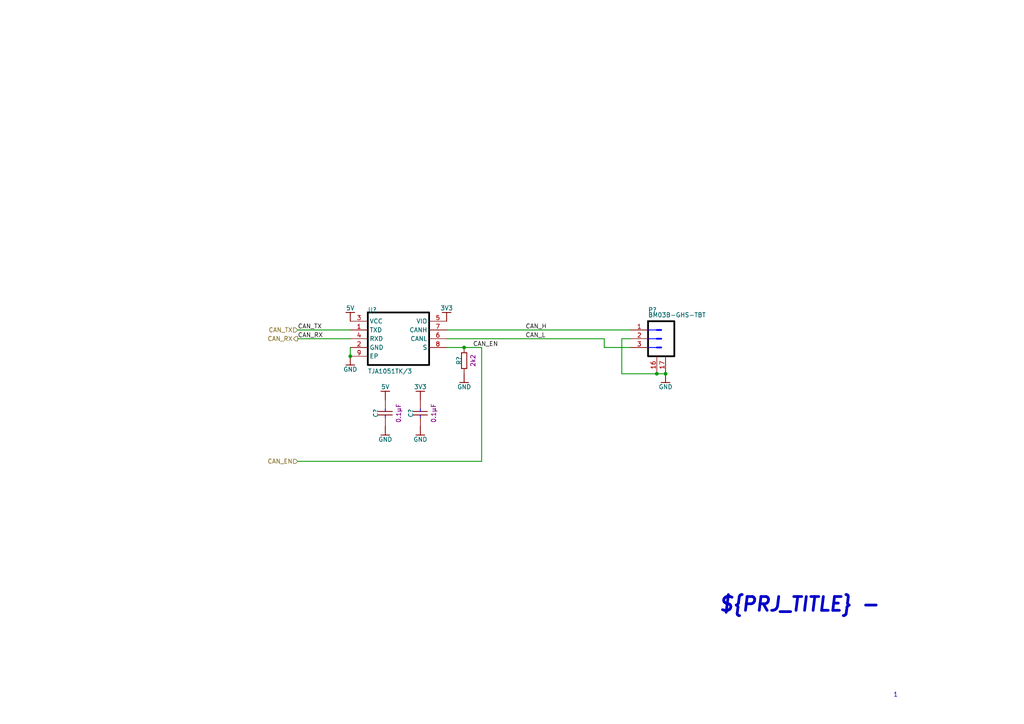
<source format=kicad_sch>
(kicad_sch (version 20230121) (generator eeschema)
  (paper "A4")
  (title_block (title "EPC_25") (rev "1.0") (company "IPM Group ©"))
  (lib_symbols
    (symbol "EPC_25-altium-import:3V3" (power)
      (property "Reference" "#PWR" (at 0 0 0))
      (property "Value" "3V3" (at 0 3.81 0))
      (symbol "3V3_0_0"
        (polyline (pts (xy -1.27 -2.54) (xy 1.27 -2.54)) (stroke (width 0.254)))
        (polyline (pts (xy 0 0) (xy 0 -2.54)) (stroke (width 0.254)))
        (pin power_in line (at 0 0 0) (length 0) hide (name "3V3") (number ""))
      )
    )
    (symbol "EPC_25-altium-import:5V" (power)
      (property "Reference" "#PWR" (at 0 0 0))
      (property "Value" "5V" (at 0 3.81 0))
      (symbol "5V_0_0"
        (polyline (pts (xy -1.27 -2.54) (xy 1.27 -2.54)) (stroke (width 0.254)))
        (polyline (pts (xy 0 0) (xy 0 -2.54)) (stroke (width 0.254)))
        (pin power_in line (at 0 0 0) (length 0) hide (name "5V") (number ""))
      )
    )
    (symbol "EPC_25-altium-import:GND" (power)
      (property "Reference" "#PWR" (at 0 0 0))
      (property "Value" "GND" (at 0 3.81 0))
      (symbol "GND_0_0"
        (polyline (pts (xy -1.27 -2.54) (xy 1.27 -2.54)) (stroke (width 0.254)))
        (polyline (pts (xy 0 0) (xy 0 -2.54)) (stroke (width 0.254)))
        (pin power_in line (at 0 0 0) (length 0) hide (name "GND") (number ""))
      )
    )
    (symbol "EPC_25-altium-import:root_0_JST_GH_BM03"
      (symbol "root_0_JST_GH_BM03_1_0"
        (polyline (pts (xy 0 -7.62) (xy 2.54 -7.62)) (stroke (width 0.254) (color 0 0 255 1)))
        (polyline (pts (xy 0 -5.08) (xy 2.54 -5.08)) (stroke (width 0.254) (color 0 0 255 1)))
        (polyline (pts (xy 0 -2.54) (xy 2.54 -2.54)) (stroke (width 0.254) (color 0 0 255 1)))
        (polyline (pts (xy 3.81 -7.62) (xy 2.54 -7.62)) (stroke (width 0.508) (color 0 0 255 1)))
        (polyline (pts (xy 3.81 -5.08) (xy 2.54 -5.08)) (stroke (width 0.508) (color 0 0 255 1)))
        (polyline (pts (xy 3.81 -2.54) (xy 2.54 -2.54)) (stroke (width 0.508) (color 0 0 255 1)))
        (polyline (pts (xy 0 0) (xy 0 -10.16) (xy 7.62 -10.16) (xy 7.62 0) (xy 0 0)) (stroke (width 0.508) (color 0 0 0 1)))
        (pin bidirectional line (at -5.08 -2.54 0) (length 5.08) (name "1") (number "1"))
        (pin passive line (at 2.54 -15.24 90) (length 5.08) (name "16") (number "16"))
        (pin passive line (at 5.08 -15.24 90) (length 5.08) (name "17") (number "17"))
        (pin bidirectional line (at -5.08 -5.08 0) (length 5.08) (name "2") (number "2"))
        (pin bidirectional line (at -5.08 -7.62 0) (length 5.08) (name "3") (number "3"))
      )
    )
    (symbol "EPC_25-altium-import:root_0_TJA1051TK"
      (symbol "root_0_TJA1051TK_1_0"
        (polyline (pts (xy 5.08 0) (xy 5.08 -15.24) (xy 22.86 -15.24) (xy 22.86 0) (xy 5.08 0)) (stroke (width 0.508) (color 0 0 0 1)))
        (pin passive line (at 0 -5.08 0) (length 5.08) (name "TXD") (number "1"))
        (pin passive line (at 0 -10.16 0) (length 5.08) (name "GND") (number "2"))
        (pin passive line (at 0 -2.54 0) (length 5.08) (name "VCC") (number "3"))
        (pin passive line (at 0 -7.62 0) (length 5.08) (name "RXD") (number "4"))
        (pin passive line (at 27.94 -2.54 180) (length 5.08) (name "VIO") (number "5"))
        (pin passive line (at 27.94 -7.62 180) (length 5.08) (name "CANL") (number "6"))
        (pin passive line (at 27.94 -5.08 180) (length 5.08) (name "CANH") (number "7"))
        (pin passive line (at 27.94 -10.16 180) (length 5.08) (name "S") (number "8"))
        (pin passive line (at 0 -12.7 0) (length 5.08) (name "EP") (number "9"))
      )
    )
    (symbol "EPC_25-altium-import:root_1_Capacitor"
      (symbol "root_1_Capacitor_1_0"
        (polyline (pts (xy -2.032 4.318) (xy 2.032 4.318)) (stroke (width 0.254)))
        (polyline (pts (xy 0 2.54) (xy 0 3.302)) (stroke (width 0.254) (color 0 0 255 1)))
        (polyline (pts (xy 0 5.08) (xy 0 4.318)) (stroke (width 0.254) (color 0 0 255 1)))
        (polyline (pts (xy 2.032 3.302) (xy -2.032 3.302)) (stroke (width 0.254)))
        (pin passive line (at 0 0 90) (length 2.54) (name "1") (number "1"))
        (pin passive line (at 0 7.62 270) (length 2.54) (name "2") (number "2"))
      )
    )
    (symbol "EPC_25-altium-import:root_1_Resistor"
      (symbol "root_1_Resistor_1_0"
        (polyline (pts (xy -0.762 1.524) (xy 0.762 1.524)) (stroke (width 0.254)))
        (polyline (pts (xy -0.762 6.096) (xy -0.762 1.524)) (stroke (width 0.254)))
        (polyline (pts (xy 0.762 1.524) (xy 0.762 6.096)) (stroke (width 0.254)))
        (polyline (pts (xy 0.762 6.096) (xy -0.762 6.096)) (stroke (width 0.254)))
        (pin passive line (at 0 0 90) (length 1.524) (name "1") (number "1"))
        (pin passive line (at 0 7.62 270) (length 1.524) (name "2") (number "2"))
      )
    )
  )
  (junction (at 190.5 108.4072))
  (junction (at 193.04 108.4072))
  (junction (at 134.62 100.7872))
  (junction (at 101.6 103.3272))
  (wire (pts (xy 134.62 100.7872) (xy 139.7 100.7872)) (stroke (width 0.254)))
  (wire (pts (xy 193.04 108.4072) (xy 190.5 108.4072)) (stroke (width 0.254)))
  (wire (pts (xy 129.54 100.7872) (xy 134.62 100.7872)) (stroke (width 0.254)))
  (wire (pts (xy 180.34 108.4072) (xy 180.34 98.2472)) (stroke (width 0.254)))
  (wire (pts (xy 101.6 95.7072) (xy 86.36 95.7072)) (stroke (width 0.254)))
  (wire (pts (xy 175.26 98.2472) (xy 175.26 100.7872)) (stroke (width 0.254)))
  (wire (pts (xy 139.7 100.7872) (xy 139.7 133.8072)) (stroke (width 0.254)))
  (wire (pts (xy 190.5 108.4072) (xy 180.34 108.4072)) (stroke (width 0.254)))
  (wire (pts (xy 139.7 133.8072) (xy 86.36 133.8072)) (stroke (width 0.254)))
  (wire (pts (xy 101.6 103.3272) (xy 101.6 100.7872)) (stroke (width 0.254)))
  (wire (pts (xy 175.26 100.7872) (xy 182.88 100.7872)) (stroke (width 0.254)))
  (wire (pts (xy 101.6 98.2472) (xy 86.36 98.2472)) (stroke (width 0.254)))
  (wire (pts (xy 129.54 95.7072) (xy 182.88 95.7072)) (stroke (width 0.254)))
  (wire (pts (xy 129.54 98.2472) (xy 175.26 98.2472)) (stroke (width 0.254)))
  (wire (pts (xy 180.34 98.2472) (xy 182.88 98.2472)) (stroke (width 0.254)))
  (text "${##}" (at 259.08 202.3872 0) (effects (font (size 1.27 1.27)) (justify left bottom)))
  (text "${PRJ_TITLE} - ${SHEETNAME}" (at 208.28 177.8 0) (effects (font (size 4 4) bold italic) (justify left bottom)))
  (label "CAN_L" (at 152.4 98.2472 180))
  (label "CAN_TX" (at 86.36 95.7072 180))
  (label "CAN_H" (at 152.4 95.7072 180))
  (label "CAN_EN" (at 137.16 100.7872 180))
  (label "CAN_RX" (at 86.36 98.2472 180))
  (hierarchical_label "CAN_EN" (shape input) (at 86.36 133.8072 180))
  (hierarchical_label "CAN_TX" (shape input) (at 86.36 95.7072 180))
  (hierarchical_label "CAN_RX" (shape output) (at 86.36 98.2472 180))
  (symbol (lib_id "EPC_25-altium-import:root_0_JST_GH_BM03") (at 187.96 93.1672 0) (unit 1)
    (property "Reference" "P?" (at 187.96 90.6272 0) (effects (justify left bottom)))
    (property "Value" "${MANUFACTURER PART NUMBER}" (at 187.96 90.6272 0) (effects (justify left top)))
    (property "Footprint" "JST_BM03B" (effects hide))
    (property "PART NUMBER" "BM03B-GHS-TBT" (effects hide))
    (property "COMPONENT KIND" "Standard" (effects hide))
    (property "COMPONENT TYPE" "Standard" (effects hide))
    (property "FOOTPRINT" "JST_BM03B" (effects hide))
    (property "PIN COUNT" "3" (effects hide))
    (property "MOUNTED" "Yes" (effects hide))
    (property "SMD" "Yes" (effects hide))
    (property "PART DESCRIPTION" "3 Contacts - Pitch 1.25mm" (effects hide))
    (property "MANUFACTURER" "JST" (effects hide))
    (property "MANUFACTURER PART NUMBER" "BM03B-GHS-TBT" (effects hide))
    (property "AUTHOR" "CERN DEM JLC" (effects hide))
    (property "CREATEDATE" "16.02.2011" (effects hide))
    (property "LATESTREVISIONDATE" "28.01.2016" (effects hide))
    (property "RS" "752-1765" (effects hide))
    (property "MANUFACTURER1 COMPONENTHEIGHT" "4.05.mm" (effects hide))
    (property "MANUFACTURER1 EXAMPLE" "JST" (effects hide))
    (property "MANUFACTURER1 PART NUMBER" "BM03B-GHS-TBT" (effects hide))
    (property "SUPPLIER 1" "Farnell" (effects hide))
    (property "SUPPLIER 2" "RSComponents" (effects hide))
    (property "SUPPLIER 3" "Digi-Key" (effects hide))
    (property "SUPPLIER PART NUMBER 2" "752-1765" (effects hide))
    (property "SUPPLIER PART NUMBER 3" "455-1579-1-ND" (effects hide))
  )
  (symbol (lib_id "EPC_25-altium-import:root_1_Capacitor") (at 121.92 123.6472 0) (unit 1)
    (property "Reference" "C?" (at 119.888 119.8372 90) (effects (justify bottom)))
    (property "Value" "${VALUEDISPLAYED}" (effects hide))
    (property "Footprint" "CAPC1005X05L" (effects hide))
    (property "VALUEDISPLAYED" "0.1µF" (at 126.492 119.8372 90) (effects (justify bottom)))
    (property "PART NUMBER" "C0402_100nF 16V" (effects hide))
    (property "CASE" "0402" (effects hide))
    (property "DESIGNATOR" "C0402_100nF 16V" (effects hide))
    (property "MANUFACTURER" "KEMET" (effects hide))
    (property "MANUFACTURER PART NUMBER" "C0402C104M4RACAUTO" (effects hide))
    (property "COMPONENT HEIGHT" "0.55mm" (effects hide))
    (property "PART DESCRIPTION" "CAP, CERM, 0402, 0.1 µF, 16 V, ± 20%, X7R" (effects hide))
    (property "PIN COUNT" "2" (effects hide))
    (property "SMD" "Yes" (effects hide))
    (property "DIELECTRIC" "X7R" (effects hide))
    (property "TOLERANCE" "±20%" (effects hide))
    (property "CAP_F" "0,0000001" (effects hide))
    (property "ALTIUM_VALUE" "0.1uF" (effects hide))
    (property "VOLTAGE" "16V" (effects hide))
    (property "SUPPLIER 1" "Farnell" (effects hide))
    (property "SUPPLIER 2" "RSComponents" (effects hide))
    (property "SUPPLIER 3" "Digi-Key" (effects hide))
    (property "SUPPLIER PART NUMBER 1" "2773075" (effects hide))
    (property "SUPPLIER PART NUMBER 2" "133-5648" (effects hide))
    (property "SUPPLIER PART NUMBER 3" "399-13707-1-ND" (effects hide))
  )
  (symbol (lib_id "EPC_25-altium-import:root_1_Capacitor") (at 111.76 123.6472 0) (unit 1)
    (property "Reference" "C?" (at 109.728 119.8372 90) (effects (justify bottom)))
    (property "Value" "${VALUEDISPLAYED}" (effects hide))
    (property "Footprint" "CAPC1005X05L" (effects hide))
    (property "VALUEDISPLAYED" "0.1µF" (at 116.332 119.8372 90) (effects (justify bottom)))
    (property "PART NUMBER" "C0402_100nF 16V" (effects hide))
    (property "CASE" "0402" (effects hide))
    (property "DESIGNATOR" "C0402_100nF 16V" (effects hide))
    (property "MANUFACTURER" "KEMET" (effects hide))
    (property "MANUFACTURER PART NUMBER" "C0402C104M4RACAUTO" (effects hide))
    (property "COMPONENT HEIGHT" "0.55mm" (effects hide))
    (property "PART DESCRIPTION" "CAP, CERM, 0402, 0.1 µF, 16 V, ± 20%, X7R" (effects hide))
    (property "PIN COUNT" "2" (effects hide))
    (property "SMD" "Yes" (effects hide))
    (property "DIELECTRIC" "X7R" (effects hide))
    (property "TOLERANCE" "±20%" (effects hide))
    (property "CAP_F" "0,0000001" (effects hide))
    (property "ALTIUM_VALUE" "0.1uF" (effects hide))
    (property "VOLTAGE" "16V" (effects hide))
    (property "SUPPLIER 1" "Farnell" (effects hide))
    (property "SUPPLIER 2" "RSComponents" (effects hide))
    (property "SUPPLIER 3" "Digi-Key" (effects hide))
    (property "SUPPLIER PART NUMBER 1" "2773075" (effects hide))
    (property "SUPPLIER PART NUMBER 2" "133-5648" (effects hide))
    (property "SUPPLIER PART NUMBER 3" "399-13707-1-ND" (effects hide))
  )
  (symbol (lib_id "EPC_25-altium-import:GND") (at 193.04 108.4072 0) (unit 1)
    (property "Reference" "#PWR?" (effects hide))
    (property "Value" "GND" (at 193.04 112.2172 0))
  )
  (symbol (lib_id "EPC_25-altium-import:root_0_TJA1051TK") (at 101.6 90.6272 0) (unit 1)
    (property "Reference" "U?" (at 106.68 90.6272 0) (effects (justify left bottom)))
    (property "Value" "${MANUFACTURER PART NUMBER}" (at 106.68 108.4072 0) (effects (justify left bottom)))
    (property "Footprint" "SON65P300X100_HS-9N" (effects hide))
    (property "MANUFACTURER1 COMPONENTHEIGHT" "1mm" (effects hide))
    (property "MANUFACTURER1 EXAMPLE" "MICROCHIP" (effects hide))
    (property "MANUFACTURER1 PART NUMBER" "MCP2562FD-E/MF" (effects hide))
    (property "MANUFACTURER" "NXP" (effects hide))
    (property "MANUFACTURER PART NUMBER" "TJA1051TK/3" (effects hide))
    (property "MOUNTED" "Yes" (effects hide))
    (property "PART DESCRIPTION" "CAN TRANSEIVER HS 8HVSON" (effects hide))
    (property "PIN COUNT" "8" (effects hide))
    (property "SMD" "Yes" (effects hide))
    (property "CASE" "HVSON" (effects hide))
    (property "PART NUMBER" "TJA1051TK/3" (effects hide))
    (property "SUPPLIER 1" "Farnell" (effects hide))
    (property "SUPPLIER 2" "RSComponents" (effects hide))
    (property "SUPPLIER 3" "Digi-Key" (effects hide))
    (property "SUPPLIER PART NUMBER 1" "2574964" (effects hide))
    (property "SUPPLIER PART NUMBER 2" "824-3135" (effects hide))
    (property "SUPPLIER PART NUMBER 3" "568-8686-1-ND" (effects hide))
  )
  (symbol (lib_id "EPC_25-altium-import:GND") (at 111.76 123.6472 0) (unit 1)
    (property "Reference" "#PWR?" (effects hide))
    (property "Value" "GND" (at 111.76 127.4572 0))
  )
  (symbol (lib_id "EPC_25-altium-import:GND") (at 101.6 103.3272 0) (unit 1)
    (property "Reference" "#PWR?" (effects hide))
    (property "Value" "GND" (at 101.6 107.1372 0))
  )
  (symbol (lib_id "EPC_25-altium-import:GND") (at 121.92 123.6472 0) (unit 1)
    (property "Reference" "#PWR?" (effects hide))
    (property "Value" "GND" (at 121.92 127.4572 0))
  )
  (symbol (lib_id "EPC_25-altium-import:GND") (at 134.62 108.4072 0) (unit 1)
    (property "Reference" "#PWR?" (effects hide))
    (property "Value" "GND" (at 134.62 112.2172 0))
  )
  (symbol (lib_id "EPC_25-altium-import:5V") (at 101.6 93.1672 180) (unit 1)
    (property "Reference" "#PWR?" (effects hide))
    (property "Value" "5V" (at 101.6 89.3572 0))
  )
  (symbol (lib_id "EPC_25-altium-import:3V3") (at 129.54 93.1672 180) (unit 1)
    (property "Reference" "#PWR?" (effects hide))
    (property "Value" "3V3" (at 129.54 89.3572 0))
  )
  (symbol (lib_id "EPC_25-altium-import:5V") (at 111.76 116.0272 180) (unit 1)
    (property "Reference" "#PWR?" (effects hide))
    (property "Value" "5V" (at 111.76 112.2172 0))
  )
  (symbol (lib_id "EPC_25-altium-import:root_1_Resistor") (at 134.62 108.4072 0) (unit 1)
    (property "Reference" "R?" (at 133.858 104.5972 90) (effects (justify bottom)))
    (property "Value" "${VALUEDISPLAYED}" (effects hide))
    (property "Footprint" "RESC1005X04L" (effects hide))
    (property "VALUEDISPLAYED" "2k2" (at 137.922 104.5972 90) (effects (justify bottom)))
    (property "PART NUMBER" "R0402_2k2" (effects hide))
    (property "CASE" "0402" (effects hide))
    (property "DESIGNATOR" "R0402_2k2" (effects hide))
    (property "MANUFACTURER" "PANASONIC" (effects hide))
    (property "MANUFACTURER PART NUMBER" "ERJ2RKF2201X" (effects hide))
    (property "MANUFACTURER1" "KOA" (effects hide))
    (property "MANUFACTURER1 PART NUMBER" "RK73H1ETTP2201F" (effects hide))
    (property "COMPONENT HEIGHT" "0.4mm" (effects hide))
    (property "PART DESCRIPTION" "RES, 2.2 kohm, 50 V, 0402, 100 mW" (effects hide))
    (property "PIN COUNT" "2" (effects hide))
    (property "POWER" "0.1W" (effects hide))
    (property "SMD" "Yes" (effects hide))
    (property "ALTIUM_VALUE" "2200" (effects hide))
    (property "TC" "±100ppm/°C" (effects hide))
    (property "SUPPLIER 1" "Farnell" (effects hide))
    (property "SUPPLIER 2" "RSComponents" (effects hide))
    (property "SUPPLIER 3" "Digi-Key" (effects hide))
    (property "SUPPLIER PART NUMBER 1" "2302673" (effects hide))
    (property "SUPPLIER PART NUMBER 2" "631-8177" (effects hide))
    (property "SUPPLIER PART NUMBER 3" "P2.20KLCT-ND" (effects hide))
    (property "TOLERANCE" "±1%" (effects hide))
  )
  (symbol (lib_id "EPC_25-altium-import:3V3") (at 121.92 116.0272 180) (unit 1)
    (property "Reference" "#PWR?" (effects hide))
    (property "Value" "3V3" (at 121.92 112.2172 0))
  )
)
</source>
